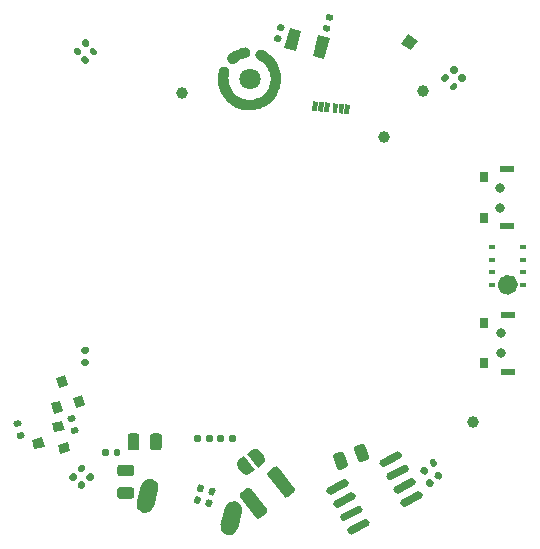
<source format=gts>
G04 #@! TF.GenerationSoftware,KiCad,Pcbnew,5.1.7-a382d34a8~88~ubuntu18.04.1*
G04 #@! TF.CreationDate,2021-05-20T00:29:44+02:00*
G04 #@! TF.ProjectId,Emersense_V1,456d6572-7365-46e7-9365-5f56312e6b69,rev?*
G04 #@! TF.SameCoordinates,Original*
G04 #@! TF.FileFunction,Soldermask,Top*
G04 #@! TF.FilePolarity,Negative*
%FSLAX46Y46*%
G04 Gerber Fmt 4.6, Leading zero omitted, Abs format (unit mm)*
G04 Created by KiCad (PCBNEW 5.1.7-a382d34a8~88~ubuntu18.04.1) date 2021-05-20 00:29:44*
%MOMM*%
%LPD*%
G01*
G04 APERTURE LIST*
%ADD10C,0.880000*%
%ADD11C,1.000000*%
%ADD12R,1.200000X0.600000*%
%ADD13C,0.800000*%
%ADD14R,0.800000X0.900000*%
%ADD15C,0.100000*%
%ADD16C,1.800000*%
%ADD17R,0.600000X0.400000*%
%ADD18C,0.750000*%
G04 APERTURE END LIST*
D10*
X151189000Y-96540000D02*
G75*
G03*
X151189000Y-96540000I-440000J0D01*
G01*
G36*
G01*
X124738700Y-109390600D02*
X124738700Y-109760600D01*
G75*
G02*
X124603700Y-109895600I-135000J0D01*
G01*
X124333700Y-109895600D01*
G75*
G02*
X124198700Y-109760600I0J135000D01*
G01*
X124198700Y-109390600D01*
G75*
G02*
X124333700Y-109255600I135000J0D01*
G01*
X124603700Y-109255600D01*
G75*
G02*
X124738700Y-109390600I0J-135000D01*
G01*
G37*
G36*
G01*
X125758700Y-109390600D02*
X125758700Y-109760600D01*
G75*
G02*
X125623700Y-109895600I-135000J0D01*
G01*
X125353700Y-109895600D01*
G75*
G02*
X125218700Y-109760600I0J135000D01*
G01*
X125218700Y-109390600D01*
G75*
G02*
X125353700Y-109255600I135000J0D01*
G01*
X125623700Y-109255600D01*
G75*
G02*
X125758700Y-109390600I0J-135000D01*
G01*
G37*
G36*
G01*
X126683800Y-109390600D02*
X126683800Y-109760600D01*
G75*
G02*
X126548800Y-109895600I-135000J0D01*
G01*
X126278800Y-109895600D01*
G75*
G02*
X126143800Y-109760600I0J135000D01*
G01*
X126143800Y-109390600D01*
G75*
G02*
X126278800Y-109255600I135000J0D01*
G01*
X126548800Y-109255600D01*
G75*
G02*
X126683800Y-109390600I0J-135000D01*
G01*
G37*
G36*
G01*
X127703800Y-109390600D02*
X127703800Y-109760600D01*
G75*
G02*
X127568800Y-109895600I-135000J0D01*
G01*
X127298800Y-109895600D01*
G75*
G02*
X127163800Y-109760600I0J135000D01*
G01*
X127163800Y-109390600D01*
G75*
G02*
X127298800Y-109255600I135000J0D01*
G01*
X127568800Y-109255600D01*
G75*
G02*
X127703800Y-109390600I0J-135000D01*
G01*
G37*
D11*
X140233400Y-84074000D03*
G36*
G01*
X114226033Y-77127519D02*
X113982081Y-76883567D01*
G75*
G02*
X113982081Y-76674971I104298J104298D01*
G01*
X114190677Y-76466375D01*
G75*
G02*
X114399273Y-76466375I104298J-104298D01*
G01*
X114643225Y-76710327D01*
G75*
G02*
X114643225Y-76918923I-104298J-104298D01*
G01*
X114434629Y-77127519D01*
G75*
G02*
X114226033Y-77127519I-104298J104298D01*
G01*
G37*
G36*
G01*
X114911927Y-76441625D02*
X114667975Y-76197673D01*
G75*
G02*
X114667975Y-75989077I104298J104298D01*
G01*
X114876571Y-75780481D01*
G75*
G02*
X115085167Y-75780481I104298J-104298D01*
G01*
X115329119Y-76024433D01*
G75*
G02*
X115329119Y-76233029I-104298J-104298D01*
G01*
X115120523Y-76441625D01*
G75*
G02*
X114911927Y-76441625I-104298J104298D01*
G01*
G37*
G36*
G01*
X147193372Y-79131420D02*
X146949420Y-79375372D01*
G75*
G02*
X146740824Y-79375372I-104298J104298D01*
G01*
X146532228Y-79166776D01*
G75*
G02*
X146532228Y-78958180I104298J104298D01*
G01*
X146776180Y-78714228D01*
G75*
G02*
X146984776Y-78714228I104298J-104298D01*
G01*
X147193372Y-78922824D01*
G75*
G02*
X147193372Y-79131420I-104298J-104298D01*
G01*
G37*
G36*
G01*
X146507478Y-78445526D02*
X146263526Y-78689478D01*
G75*
G02*
X146054930Y-78689478I-104298J104298D01*
G01*
X145846334Y-78480882D01*
G75*
G02*
X145846334Y-78272286I104298J104298D01*
G01*
X146090286Y-78028334D01*
G75*
G02*
X146298882Y-78028334I104298J-104298D01*
G01*
X146507478Y-78236930D01*
G75*
G02*
X146507478Y-78445526I-104298J-104298D01*
G01*
G37*
G36*
G01*
X144996703Y-112378035D02*
X145218464Y-112642320D01*
G75*
G02*
X145200283Y-112850123I-112992J-94811D01*
G01*
X144974300Y-113039746D01*
G75*
G02*
X144766497Y-113021565I-94811J112992D01*
G01*
X144544736Y-112757280D01*
G75*
G02*
X144562917Y-112549477I112992J94811D01*
G01*
X144788900Y-112359854D01*
G75*
G02*
X144996703Y-112378035I94811J-112992D01*
G01*
G37*
G36*
G01*
X144253639Y-113001539D02*
X144475400Y-113265824D01*
G75*
G02*
X144457219Y-113473627I-112992J-94811D01*
G01*
X144231236Y-113663250D01*
G75*
G02*
X144023433Y-113645069I-94811J112992D01*
G01*
X143801672Y-113380784D01*
G75*
G02*
X143819853Y-113172981I112992J94811D01*
G01*
X144045836Y-112983358D01*
G75*
G02*
X144253639Y-113001539I94811J-112992D01*
G01*
G37*
G36*
G01*
X113639134Y-112740086D02*
X113883086Y-112496134D01*
G75*
G02*
X114091682Y-112496134I104298J-104298D01*
G01*
X114300278Y-112704730D01*
G75*
G02*
X114300278Y-112913326I-104298J-104298D01*
G01*
X114056326Y-113157278D01*
G75*
G02*
X113847730Y-113157278I-104298J104298D01*
G01*
X113639134Y-112948682D01*
G75*
G02*
X113639134Y-112740086I104298J104298D01*
G01*
G37*
G36*
G01*
X114325028Y-113425980D02*
X114568980Y-113182028D01*
G75*
G02*
X114777576Y-113182028I104298J-104298D01*
G01*
X114986172Y-113390624D01*
G75*
G02*
X114986172Y-113599220I-104298J-104298D01*
G01*
X114742220Y-113843172D01*
G75*
G02*
X114533624Y-113843172I-104298J104298D01*
G01*
X114325028Y-113634576D01*
G75*
G02*
X114325028Y-113425980I104298J104298D01*
G01*
G37*
D12*
X150723600Y-86766400D03*
X150723600Y-91592400D03*
D13*
X150119080Y-88315800D03*
X150119080Y-90030300D03*
D14*
X148722080Y-87442040D03*
X148722080Y-90896440D03*
D15*
G36*
X128674197Y-76493182D02*
G01*
X128713645Y-76512593D01*
X128751011Y-76535760D01*
X128785936Y-76562463D01*
X128818090Y-76592448D01*
X128847165Y-76625427D01*
X128872882Y-76661085D01*
X128894997Y-76699082D01*
X128913297Y-76739056D01*
X128927611Y-76780627D01*
X128937800Y-76823395D01*
X128943767Y-76866954D01*
X128945454Y-76910885D01*
X128942846Y-76954773D01*
X128935968Y-76998196D01*
X128924886Y-77040742D01*
X128909705Y-77082002D01*
X128890570Y-77121584D01*
X128867663Y-77159110D01*
X128841204Y-77194222D01*
X128811445Y-77226584D01*
X128778670Y-77255887D01*
X128743192Y-77281854D01*
X128705350Y-77304233D01*
X128665504Y-77322813D01*
X128624035Y-77337416D01*
X128581340Y-77347903D01*
X128519411Y-77359940D01*
X128343985Y-77406291D01*
X128180564Y-77467066D01*
X128023853Y-77543499D01*
X127875337Y-77634866D01*
X127718928Y-77753588D01*
X127713897Y-77757351D01*
X127677278Y-77781681D01*
X127638459Y-77802321D01*
X127597812Y-77819075D01*
X127555724Y-77831782D01*
X127512596Y-77840322D01*
X127468841Y-77844611D01*
X127424877Y-77844612D01*
X127381121Y-77840322D01*
X127337994Y-77831782D01*
X127295905Y-77819075D01*
X127255258Y-77802321D01*
X127216439Y-77781682D01*
X127179821Y-77757351D01*
X127145751Y-77729565D01*
X127114554Y-77698586D01*
X127086529Y-77664709D01*
X127061944Y-77628261D01*
X127041033Y-77589588D01*
X127023997Y-77549058D01*
X127010996Y-77507059D01*
X127002156Y-77463992D01*
X126997560Y-77420269D01*
X126997253Y-77376304D01*
X127001238Y-77332521D01*
X127009477Y-77289335D01*
X127021889Y-77247159D01*
X127038359Y-77206396D01*
X127058727Y-77167433D01*
X127082801Y-77130645D01*
X127110350Y-77096381D01*
X127141110Y-77064971D01*
X127174789Y-77036710D01*
X127348733Y-76904679D01*
X127353765Y-76900916D01*
X127369460Y-76890487D01*
X127385009Y-76879840D01*
X127571008Y-76765414D01*
X127576383Y-76762159D01*
X127593029Y-76753308D01*
X127609535Y-76744234D01*
X127805813Y-76648503D01*
X127811480Y-76645788D01*
X127828940Y-76638591D01*
X127846221Y-76631184D01*
X128050903Y-76555064D01*
X128056807Y-76552915D01*
X128074871Y-76547461D01*
X128092809Y-76541770D01*
X128303942Y-76485987D01*
X128310027Y-76484424D01*
X128321584Y-76482135D01*
X128333032Y-76479323D01*
X128409617Y-76464437D01*
X128415793Y-76463282D01*
X128459392Y-76457619D01*
X128503335Y-76456239D01*
X128547202Y-76459152D01*
X128590577Y-76466333D01*
X128633044Y-76477713D01*
X128674197Y-76493182D01*
G37*
D16*
X128883616Y-79107412D03*
D15*
G36*
X130038125Y-76683571D02*
G01*
X130231299Y-76785419D01*
X130236836Y-76788389D01*
X130252916Y-76798204D01*
X130269143Y-76807801D01*
X130451454Y-76928013D01*
X130456675Y-76931509D01*
X130471734Y-76942857D01*
X130486930Y-76953979D01*
X130656639Y-77091406D01*
X130656644Y-77091410D01*
X130656650Y-77091415D01*
X130661498Y-77095397D01*
X130675360Y-77108143D01*
X130689418Y-77120713D01*
X130844909Y-77274048D01*
X130849352Y-77278492D01*
X130861908Y-77292535D01*
X130874667Y-77306410D01*
X131014453Y-77474185D01*
X131018440Y-77479041D01*
X131029581Y-77494263D01*
X131040911Y-77509297D01*
X131163658Y-77689914D01*
X131167153Y-77695135D01*
X131176753Y-77711368D01*
X131186564Y-77727440D01*
X131291100Y-77919172D01*
X131294069Y-77924710D01*
X131302044Y-77941812D01*
X131310236Y-77958756D01*
X131395562Y-78159775D01*
X131397977Y-78165575D01*
X131404236Y-78183348D01*
X131410743Y-78201034D01*
X131476046Y-78409418D01*
X131477883Y-78415427D01*
X131482392Y-78433779D01*
X131487128Y-78451962D01*
X131531786Y-78665726D01*
X131533028Y-78671885D01*
X131535720Y-78690560D01*
X131538664Y-78709151D01*
X131562248Y-78926252D01*
X131562883Y-78932503D01*
X131563740Y-78951356D01*
X131564856Y-78970139D01*
X131567143Y-79188504D01*
X131567164Y-79194787D01*
X131566177Y-79213633D01*
X131565455Y-79232435D01*
X131546422Y-79449982D01*
X131545831Y-79456237D01*
X131543005Y-79474925D01*
X131540455Y-79493541D01*
X131500284Y-79708193D01*
X131499086Y-79714360D01*
X131494457Y-79732655D01*
X131490096Y-79750963D01*
X131429170Y-79960669D01*
X131427374Y-79966690D01*
X131420987Y-79984432D01*
X131414857Y-80002237D01*
X131333758Y-80204998D01*
X131331384Y-80210816D01*
X131323290Y-80227862D01*
X131315456Y-80244973D01*
X131214959Y-80438852D01*
X131212028Y-80444410D01*
X131202303Y-80460596D01*
X131192843Y-80476850D01*
X131073905Y-80659997D01*
X131070447Y-80665243D01*
X131059214Y-80680368D01*
X131048189Y-80695655D01*
X130911947Y-80866322D01*
X130907992Y-80871205D01*
X130895293Y-80885211D01*
X130882872Y-80899300D01*
X130730627Y-81055858D01*
X130726216Y-81060332D01*
X130712256Y-81072989D01*
X130698474Y-81085842D01*
X130531678Y-81226796D01*
X130526850Y-81230817D01*
X130511712Y-81242061D01*
X130496751Y-81253499D01*
X130316997Y-81377503D01*
X130311799Y-81381035D01*
X130295655Y-81390736D01*
X130279630Y-81400671D01*
X130088632Y-81506543D01*
X130083116Y-81509551D01*
X130066068Y-81517645D01*
X130049185Y-81525954D01*
X129848766Y-81612681D01*
X129842983Y-81615136D01*
X129825244Y-81621523D01*
X129807615Y-81628149D01*
X129599689Y-81694908D01*
X129593694Y-81696786D01*
X129575385Y-81701419D01*
X129557222Y-81706286D01*
X129343776Y-81752434D01*
X129337626Y-81753719D01*
X129318980Y-81756540D01*
X129300404Y-81759615D01*
X129083473Y-81784715D01*
X129077227Y-81785394D01*
X129058382Y-81786381D01*
X129039602Y-81787629D01*
X128821257Y-81791440D01*
X128814975Y-81791505D01*
X128796156Y-81790651D01*
X128777316Y-81790059D01*
X128559642Y-81772546D01*
X128553383Y-81771998D01*
X128534697Y-81769305D01*
X128516043Y-81766882D01*
X128301116Y-81728212D01*
X128294941Y-81727056D01*
X128276639Y-81722560D01*
X128258276Y-81718321D01*
X128048149Y-81658861D01*
X128042116Y-81657108D01*
X128024319Y-81650841D01*
X128006483Y-81644838D01*
X127803160Y-81565158D01*
X127797327Y-81562824D01*
X127780243Y-81554857D01*
X127763058Y-81547135D01*
X127568482Y-81447993D01*
X127562904Y-81445101D01*
X127546691Y-81435512D01*
X127530332Y-81426144D01*
X127346360Y-81308490D01*
X127341090Y-81305067D01*
X127325892Y-81293944D01*
X127310520Y-81283020D01*
X127138908Y-81147972D01*
X127133997Y-81144053D01*
X127119922Y-81131468D01*
X127105728Y-81119130D01*
X126948112Y-80967982D01*
X126943607Y-80963601D01*
X126930857Y-80949735D01*
X126917903Y-80936037D01*
X126775789Y-80770229D01*
X126771733Y-80765429D01*
X126760361Y-80750339D01*
X126748844Y-80735491D01*
X126623586Y-80556606D01*
X126620019Y-80551434D01*
X126610205Y-80535358D01*
X126600158Y-80519403D01*
X126492955Y-80329149D01*
X126489909Y-80323652D01*
X126481697Y-80306665D01*
X126473271Y-80289838D01*
X126385145Y-80090032D01*
X126382650Y-80084266D01*
X126376150Y-80066598D01*
X126369388Y-80048986D01*
X126301181Y-79841533D01*
X126299261Y-79835551D01*
X126294508Y-79817305D01*
X126289506Y-79799146D01*
X126241869Y-79586027D01*
X126240542Y-79579886D01*
X126237593Y-79561271D01*
X126234386Y-79542705D01*
X126207772Y-79325954D01*
X126207050Y-79319713D01*
X126205932Y-79300892D01*
X126204552Y-79282108D01*
X126199217Y-79063795D01*
X126199107Y-79057513D01*
X126199832Y-79038642D01*
X126200291Y-79019843D01*
X126216285Y-78802052D01*
X126216789Y-78795789D01*
X126219349Y-78777100D01*
X126221643Y-78758413D01*
X126258814Y-78543222D01*
X126259927Y-78537039D01*
X126262837Y-78524821D01*
X126265236Y-78512477D01*
X126287568Y-78421559D01*
X126289109Y-78415468D01*
X126302256Y-78373514D01*
X126319435Y-78333045D01*
X126340480Y-78294445D01*
X126365192Y-78258083D01*
X126393334Y-78224305D01*
X126424638Y-78193435D01*
X126458805Y-78165768D01*
X126495509Y-78141565D01*
X126534400Y-78121061D01*
X126575107Y-78104449D01*
X126617238Y-78091889D01*
X126660395Y-78083499D01*
X126704165Y-78079363D01*
X126748129Y-78079516D01*
X126791869Y-78083959D01*
X126834967Y-78092649D01*
X126877010Y-78105503D01*
X126917599Y-78122398D01*
X126956345Y-78143174D01*
X126992880Y-78167631D01*
X127026852Y-78195537D01*
X127057941Y-78226624D01*
X127085846Y-78260597D01*
X127110303Y-78297133D01*
X127131079Y-78335878D01*
X127147975Y-78376467D01*
X127160828Y-78418511D01*
X127169520Y-78461608D01*
X127173961Y-78505348D01*
X127174115Y-78549313D01*
X127169977Y-78593082D01*
X127161589Y-78636239D01*
X127143004Y-78711901D01*
X127112256Y-78889914D01*
X127099486Y-79063806D01*
X127103746Y-79238112D01*
X127124996Y-79411181D01*
X127163030Y-79581335D01*
X127217489Y-79746978D01*
X127287852Y-79906509D01*
X127373447Y-80058415D01*
X127473457Y-80201245D01*
X127586925Y-80333631D01*
X127712772Y-80454313D01*
X127849793Y-80562139D01*
X127996683Y-80656078D01*
X128152041Y-80735237D01*
X128314380Y-80798856D01*
X128482154Y-80846333D01*
X128653759Y-80877209D01*
X128827558Y-80891192D01*
X129001891Y-80888150D01*
X129175097Y-80868109D01*
X129345513Y-80831265D01*
X129511540Y-80777959D01*
X129671554Y-80708715D01*
X129824052Y-80624184D01*
X129967573Y-80525176D01*
X130100754Y-80412628D01*
X130222305Y-80287634D01*
X130331093Y-80151358D01*
X130426052Y-80005135D01*
X130506294Y-79850333D01*
X130571045Y-79688443D01*
X130619693Y-79520997D01*
X130651765Y-79349621D01*
X130666961Y-79175923D01*
X130665135Y-79001575D01*
X130646304Y-78828227D01*
X130610650Y-78657557D01*
X130558506Y-78491167D01*
X130490381Y-78330672D01*
X130406918Y-78177591D01*
X130308910Y-78033377D01*
X130197298Y-77899416D01*
X130073153Y-77776991D01*
X129937652Y-77667264D01*
X129792085Y-77571280D01*
X129618379Y-77479695D01*
X129612842Y-77476725D01*
X129575314Y-77453820D01*
X129540204Y-77427361D01*
X129507841Y-77397602D01*
X129478536Y-77364828D01*
X129452571Y-77329350D01*
X129430190Y-77291508D01*
X129411611Y-77251663D01*
X129397006Y-77210194D01*
X129386520Y-77167498D01*
X129380249Y-77123982D01*
X129378255Y-77080062D01*
X129380556Y-77036159D01*
X129387130Y-76992688D01*
X129397915Y-76950067D01*
X129412807Y-76908701D01*
X129431666Y-76868985D01*
X129454308Y-76831300D01*
X129480521Y-76796005D01*
X129510053Y-76763435D01*
X129542623Y-76733904D01*
X129577918Y-76707690D01*
X129615603Y-76685047D01*
X129655318Y-76666189D01*
X129696684Y-76651296D01*
X129739305Y-76640512D01*
X129782777Y-76633936D01*
X129826680Y-76631636D01*
X129870600Y-76633630D01*
X129914116Y-76639900D01*
X129956812Y-76650388D01*
X129998280Y-76664991D01*
X130038125Y-76683571D01*
G37*
G36*
G01*
X121465000Y-109380000D02*
X121465000Y-110330000D01*
G75*
G02*
X121215000Y-110580000I-250000J0D01*
G01*
X120715000Y-110580000D01*
G75*
G02*
X120465000Y-110330000I0J250000D01*
G01*
X120465000Y-109380000D01*
G75*
G02*
X120715000Y-109130000I250000J0D01*
G01*
X121215000Y-109130000D01*
G75*
G02*
X121465000Y-109380000I0J-250000D01*
G01*
G37*
G36*
G01*
X119565000Y-109380000D02*
X119565000Y-110330000D01*
G75*
G02*
X119315000Y-110580000I-250000J0D01*
G01*
X118815000Y-110580000D01*
G75*
G02*
X118565000Y-110330000I0J250000D01*
G01*
X118565000Y-109380000D01*
G75*
G02*
X118815000Y-109130000I250000J0D01*
G01*
X119315000Y-109130000D01*
G75*
G02*
X119565000Y-109380000I0J-250000D01*
G01*
G37*
G36*
G01*
X135532332Y-114258287D02*
X135382264Y-113970008D01*
G75*
G02*
X135451369Y-113750835I144139J75034D01*
G01*
X136914937Y-112988950D01*
G75*
G02*
X137134110Y-113058055I75034J-144139D01*
G01*
X137284178Y-113346334D01*
G75*
G02*
X137215073Y-113565507I-144139J-75034D01*
G01*
X135751505Y-114327392D01*
G75*
G02*
X135532332Y-114258287I-75034J144139D01*
G01*
G37*
G36*
G01*
X136118753Y-115384791D02*
X135968685Y-115096512D01*
G75*
G02*
X136037790Y-114877339I144139J75034D01*
G01*
X137501358Y-114115454D01*
G75*
G02*
X137720531Y-114184559I75034J-144139D01*
G01*
X137870599Y-114472838D01*
G75*
G02*
X137801494Y-114692011I-144139J-75034D01*
G01*
X136337926Y-115453896D01*
G75*
G02*
X136118753Y-115384791I-75034J144139D01*
G01*
G37*
G36*
G01*
X136705173Y-116511295D02*
X136555105Y-116223016D01*
G75*
G02*
X136624210Y-116003843I144139J75034D01*
G01*
X138087778Y-115241958D01*
G75*
G02*
X138306951Y-115311063I75034J-144139D01*
G01*
X138457019Y-115599342D01*
G75*
G02*
X138387914Y-115818515I-144139J-75034D01*
G01*
X136924346Y-116580400D01*
G75*
G02*
X136705173Y-116511295I-75034J144139D01*
G01*
G37*
G36*
G01*
X137291594Y-117637799D02*
X137141526Y-117349520D01*
G75*
G02*
X137210631Y-117130347I144139J75034D01*
G01*
X138674199Y-116368462D01*
G75*
G02*
X138893372Y-116437567I75034J-144139D01*
G01*
X139043440Y-116725846D01*
G75*
G02*
X138974335Y-116945019I-144139J-75034D01*
G01*
X137510767Y-117706904D01*
G75*
G02*
X137291594Y-117637799I-75034J144139D01*
G01*
G37*
G36*
G01*
X141793174Y-115294425D02*
X141643106Y-115006146D01*
G75*
G02*
X141712211Y-114786973I144139J75034D01*
G01*
X143175779Y-114025088D01*
G75*
G02*
X143394952Y-114094193I75034J-144139D01*
G01*
X143545020Y-114382472D01*
G75*
G02*
X143475915Y-114601645I-144139J-75034D01*
G01*
X142012347Y-115363530D01*
G75*
G02*
X141793174Y-115294425I-75034J144139D01*
G01*
G37*
G36*
G01*
X141206753Y-114167921D02*
X141056685Y-113879642D01*
G75*
G02*
X141125790Y-113660469I144139J75034D01*
G01*
X142589358Y-112898584D01*
G75*
G02*
X142808531Y-112967689I75034J-144139D01*
G01*
X142958599Y-113255968D01*
G75*
G02*
X142889494Y-113475141I-144139J-75034D01*
G01*
X141425926Y-114237026D01*
G75*
G02*
X141206753Y-114167921I-75034J144139D01*
G01*
G37*
G36*
G01*
X140620333Y-113041417D02*
X140470265Y-112753138D01*
G75*
G02*
X140539370Y-112533965I144139J75034D01*
G01*
X142002938Y-111772080D01*
G75*
G02*
X142222111Y-111841185I75034J-144139D01*
G01*
X142372179Y-112129464D01*
G75*
G02*
X142303074Y-112348637I-144139J-75034D01*
G01*
X140839506Y-113110522D01*
G75*
G02*
X140620333Y-113041417I-75034J144139D01*
G01*
G37*
G36*
G01*
X140033912Y-111914913D02*
X139883844Y-111626634D01*
G75*
G02*
X139952949Y-111407461I144139J75034D01*
G01*
X141416517Y-110645576D01*
G75*
G02*
X141635690Y-110714681I75034J-144139D01*
G01*
X141785758Y-111002960D01*
G75*
G02*
X141716653Y-111222133I-144139J-75034D01*
G01*
X140253085Y-111984018D01*
G75*
G02*
X140033912Y-111914913I-75034J144139D01*
G01*
G37*
G36*
G01*
X129434164Y-116268251D02*
X128094887Y-114522872D01*
G75*
G02*
X128141035Y-114172344I198338J152190D01*
G01*
X128656716Y-113776647D01*
G75*
G02*
X129007244Y-113822795I152190J-198338D01*
G01*
X130346521Y-115568174D01*
G75*
G02*
X130300373Y-115918702I-198338J-152190D01*
G01*
X129784692Y-116314399D01*
G75*
G02*
X129434164Y-116268251I-152190J198338D01*
G01*
G37*
G36*
G01*
X131774556Y-114472405D02*
X130435279Y-112727026D01*
G75*
G02*
X130481427Y-112376498I198338J152190D01*
G01*
X130997108Y-111980801D01*
G75*
G02*
X131347636Y-112026949I152190J-198338D01*
G01*
X132686913Y-113772328D01*
G75*
G02*
X132640765Y-114122856I-198338J-152190D01*
G01*
X132125084Y-114518553D01*
G75*
G02*
X131774556Y-114472405I-152190J198338D01*
G01*
G37*
G36*
G01*
X136268413Y-112059864D02*
X135943494Y-111167156D01*
G75*
G02*
X136092912Y-110846728I234923J85505D01*
G01*
X136562759Y-110675718D01*
G75*
G02*
X136883187Y-110825136I85505J-234923D01*
G01*
X137208106Y-111717844D01*
G75*
G02*
X137058688Y-112038272I-234923J-85505D01*
G01*
X136588841Y-112209282D01*
G75*
G02*
X136268413Y-112059864I-85505J234923D01*
G01*
G37*
G36*
G01*
X138053829Y-111410026D02*
X137728910Y-110517318D01*
G75*
G02*
X137878328Y-110196890I234923J85505D01*
G01*
X138348175Y-110025880D01*
G75*
G02*
X138668603Y-110175298I85505J-234923D01*
G01*
X138993522Y-111068006D01*
G75*
G02*
X138844104Y-111388434I-234923J-85505D01*
G01*
X138374257Y-111559444D01*
G75*
G02*
X138053829Y-111410026I-85505J234923D01*
G01*
G37*
G36*
G01*
X126007926Y-113947181D02*
X125912162Y-114304574D01*
G75*
G02*
X125746821Y-114400033I-130400J34941D01*
G01*
X125486021Y-114330152D01*
G75*
G02*
X125390562Y-114164811I34941J130400D01*
G01*
X125486326Y-113807418D01*
G75*
G02*
X125651667Y-113711959I130400J-34941D01*
G01*
X125912467Y-113781840D01*
G75*
G02*
X126007926Y-113947181I-34941J-130400D01*
G01*
G37*
G36*
G01*
X125022682Y-113683185D02*
X124926918Y-114040578D01*
G75*
G02*
X124761577Y-114136037I-130400J34941D01*
G01*
X124500777Y-114066156D01*
G75*
G02*
X124405318Y-113900815I34941J130400D01*
G01*
X124501082Y-113543422D01*
G75*
G02*
X124666423Y-113447963I130400J-34941D01*
G01*
X124927223Y-113517844D01*
G75*
G02*
X125022682Y-113683185I-34941J-130400D01*
G01*
G37*
G36*
G01*
X125753926Y-114937781D02*
X125658162Y-115295174D01*
G75*
G02*
X125492821Y-115390633I-130400J34941D01*
G01*
X125232021Y-115320752D01*
G75*
G02*
X125136562Y-115155411I34941J130400D01*
G01*
X125232326Y-114798018D01*
G75*
G02*
X125397667Y-114702559I130400J-34941D01*
G01*
X125658467Y-114772440D01*
G75*
G02*
X125753926Y-114937781I-34941J-130400D01*
G01*
G37*
G36*
G01*
X124768682Y-114673785D02*
X124672918Y-115031178D01*
G75*
G02*
X124507577Y-115126637I-130400J34941D01*
G01*
X124246777Y-115056756D01*
G75*
G02*
X124151318Y-114891415I34941J130400D01*
G01*
X124247082Y-114534022D01*
G75*
G02*
X124412423Y-114438563I130400J-34941D01*
G01*
X124673223Y-114508444D01*
G75*
G02*
X124768682Y-114673785I-34941J-130400D01*
G01*
G37*
G36*
G01*
X115734584Y-76465028D02*
X115996213Y-76726657D01*
G75*
G02*
X115996213Y-76917575I-95459J-95459D01*
G01*
X115805294Y-77108494D01*
G75*
G02*
X115614376Y-77108494I-95459J95459D01*
G01*
X115352747Y-76846865D01*
G75*
G02*
X115352747Y-76655947I95459J95459D01*
G01*
X115543666Y-76465028D01*
G75*
G02*
X115734584Y-76465028I95459J-95459D01*
G01*
G37*
G36*
G01*
X115013336Y-77186276D02*
X115274965Y-77447905D01*
G75*
G02*
X115274965Y-77638823I-95459J-95459D01*
G01*
X115084046Y-77829742D01*
G75*
G02*
X114893128Y-77829742I-95459J95459D01*
G01*
X114631499Y-77568113D01*
G75*
G02*
X114631499Y-77377195I95459J95459D01*
G01*
X114822418Y-77186276D01*
G75*
G02*
X115013336Y-77186276I95459J-95459D01*
G01*
G37*
D11*
X147828000Y-108153200D03*
X143560800Y-80162400D03*
X123190000Y-80314800D03*
D15*
G36*
X134184632Y-81819972D02*
G01*
X134254356Y-81023016D01*
X134652834Y-81057878D01*
X134583110Y-81854834D01*
X134184632Y-81819972D01*
G37*
G36*
X134690699Y-81864247D02*
G01*
X134760423Y-81067291D01*
X135158901Y-81102153D01*
X135089177Y-81899109D01*
X134690699Y-81864247D01*
G37*
G36*
X135196766Y-81908522D02*
G01*
X135266490Y-81111566D01*
X135664968Y-81146428D01*
X135595244Y-81943384D01*
X135196766Y-81908522D01*
G37*
G36*
X135911832Y-81972372D02*
G01*
X135981556Y-81175416D01*
X136380034Y-81210278D01*
X136310310Y-82007234D01*
X135911832Y-81972372D01*
G37*
G36*
X136417899Y-82016647D02*
G01*
X136487623Y-81219691D01*
X136886101Y-81254553D01*
X136816377Y-82051509D01*
X136417899Y-82016647D01*
G37*
G36*
X136923966Y-82060922D02*
G01*
X136993690Y-81263966D01*
X137392168Y-81298828D01*
X137322444Y-82095784D01*
X136923966Y-82060922D01*
G37*
G36*
G01*
X109752976Y-109519140D02*
X109395583Y-109614904D01*
G75*
G02*
X109230242Y-109519445I-34941J130400D01*
G01*
X109160361Y-109258645D01*
G75*
G02*
X109255820Y-109093304I130400J34941D01*
G01*
X109613213Y-108997540D01*
G75*
G02*
X109778554Y-109092999I34941J-130400D01*
G01*
X109848435Y-109353799D01*
G75*
G02*
X109752976Y-109519140I-130400J-34941D01*
G01*
G37*
G36*
G01*
X109488980Y-108533896D02*
X109131587Y-108629660D01*
G75*
G02*
X108966246Y-108534201I-34941J130400D01*
G01*
X108896365Y-108273401D01*
G75*
G02*
X108991824Y-108108060I130400J34941D01*
G01*
X109349217Y-108012296D01*
G75*
G02*
X109514558Y-108107755I34941J-130400D01*
G01*
X109584439Y-108368555D01*
G75*
G02*
X109488980Y-108533896I-130400J-34941D01*
G01*
G37*
G36*
G01*
X115145400Y-103398000D02*
X114775400Y-103398000D01*
G75*
G02*
X114640400Y-103263000I0J135000D01*
G01*
X114640400Y-102993000D01*
G75*
G02*
X114775400Y-102858000I135000J0D01*
G01*
X115145400Y-102858000D01*
G75*
G02*
X115280400Y-102993000I0J-135000D01*
G01*
X115280400Y-103263000D01*
G75*
G02*
X115145400Y-103398000I-135000J0D01*
G01*
G37*
G36*
G01*
X115145400Y-102378000D02*
X114775400Y-102378000D01*
G75*
G02*
X114640400Y-102243000I0J135000D01*
G01*
X114640400Y-101973000D01*
G75*
G02*
X114775400Y-101838000I135000J0D01*
G01*
X115145400Y-101838000D01*
G75*
G02*
X115280400Y-101973000I0J-135000D01*
G01*
X115280400Y-102243000D01*
G75*
G02*
X115145400Y-102378000I-135000J0D01*
G01*
G37*
G36*
G01*
X135564128Y-73586653D02*
X135892543Y-73674652D01*
G75*
G02*
X135991538Y-73846117I-36235J-135230D01*
G01*
X135919069Y-74116576D01*
G75*
G02*
X135747604Y-74215571I-135230J36235D01*
G01*
X135419189Y-74127572D01*
G75*
G02*
X135320194Y-73956107I36235J135230D01*
G01*
X135392663Y-73685648D01*
G75*
G02*
X135564128Y-73586653I135230J-36235D01*
G01*
G37*
G36*
G01*
X135315662Y-74513941D02*
X135644077Y-74601940D01*
G75*
G02*
X135743072Y-74773405I-36235J-135230D01*
G01*
X135670603Y-75043864D01*
G75*
G02*
X135499138Y-75142859I-135230J36235D01*
G01*
X135170723Y-75054860D01*
G75*
G02*
X135071728Y-74883395I36235J135230D01*
G01*
X135144197Y-74612936D01*
G75*
G02*
X135315662Y-74513941I135230J-36235D01*
G01*
G37*
G36*
X143126864Y-75886712D02*
G01*
X142553288Y-76705864D01*
X141734136Y-76132288D01*
X142307712Y-75313136D01*
X143126864Y-75886712D01*
G37*
G36*
X135685402Y-75677064D02*
G01*
X135219528Y-77415731D01*
X134253602Y-77156912D01*
X134719476Y-75418245D01*
X135685402Y-75677064D01*
G37*
G36*
X133270588Y-75030016D02*
G01*
X132804714Y-76768683D01*
X131838788Y-76509864D01*
X132304662Y-74771197D01*
X133270588Y-75030016D01*
G37*
G36*
G01*
X131432345Y-74472361D02*
X131760760Y-74560360D01*
G75*
G02*
X131859755Y-74731825I-36235J-135230D01*
G01*
X131787286Y-75002284D01*
G75*
G02*
X131615821Y-75101279I-135230J36235D01*
G01*
X131287406Y-75013280D01*
G75*
G02*
X131188411Y-74841815I36235J135230D01*
G01*
X131260880Y-74571356D01*
G75*
G02*
X131432345Y-74472361I135230J-36235D01*
G01*
G37*
G36*
G01*
X131183879Y-75399649D02*
X131512294Y-75487648D01*
G75*
G02*
X131611289Y-75659113I-36235J-135230D01*
G01*
X131538820Y-75929572D01*
G75*
G02*
X131367355Y-76028567I-135230J36235D01*
G01*
X131038940Y-75940568D01*
G75*
G02*
X130939945Y-75769103I36235J135230D01*
G01*
X131012414Y-75498644D01*
G75*
G02*
X131183879Y-75399649I135230J-36235D01*
G01*
G37*
G36*
X128669032Y-110845071D02*
G01*
X129065709Y-110540690D01*
X129066075Y-110541168D01*
X129085540Y-110526232D01*
X129127208Y-110500322D01*
X129171215Y-110478619D01*
X129217138Y-110461335D01*
X129264534Y-110448635D01*
X129312946Y-110440643D01*
X129361909Y-110437433D01*
X129410950Y-110439039D01*
X129459599Y-110445444D01*
X129507384Y-110456585D01*
X129553848Y-110472359D01*
X129598542Y-110492608D01*
X129641035Y-110517142D01*
X129680920Y-110545723D01*
X129717811Y-110578076D01*
X129751353Y-110613888D01*
X129766289Y-110633352D01*
X129766766Y-110632986D01*
X130071147Y-111029663D01*
X130070669Y-111030029D01*
X130085605Y-111049493D01*
X130111515Y-111091162D01*
X130133218Y-111135169D01*
X130150502Y-111181092D01*
X130163202Y-111228488D01*
X130171194Y-111276900D01*
X130174404Y-111325863D01*
X130172798Y-111374903D01*
X130166393Y-111423552D01*
X130155252Y-111471338D01*
X130139478Y-111517801D01*
X130119229Y-111562495D01*
X130094695Y-111604989D01*
X130066114Y-111644874D01*
X130033761Y-111681765D01*
X129997949Y-111715307D01*
X129978485Y-111730242D01*
X129978851Y-111730720D01*
X129582174Y-112035101D01*
X128669032Y-110845071D01*
G37*
G36*
X128947125Y-112521632D02*
G01*
X128927660Y-112536568D01*
X128885992Y-112562478D01*
X128841985Y-112584181D01*
X128796062Y-112601465D01*
X128748666Y-112614165D01*
X128700254Y-112622157D01*
X128651291Y-112625367D01*
X128602250Y-112623761D01*
X128553601Y-112617356D01*
X128505816Y-112606215D01*
X128459352Y-112590441D01*
X128414658Y-112570192D01*
X128372165Y-112545658D01*
X128332280Y-112517077D01*
X128295389Y-112484724D01*
X128261847Y-112448912D01*
X128246911Y-112429448D01*
X128246434Y-112429814D01*
X127942053Y-112033137D01*
X127942531Y-112032771D01*
X127927595Y-112013307D01*
X127901685Y-111971638D01*
X127879982Y-111927631D01*
X127862698Y-111881708D01*
X127849998Y-111834312D01*
X127842006Y-111785900D01*
X127838796Y-111736937D01*
X127840402Y-111687897D01*
X127846807Y-111639248D01*
X127857948Y-111591462D01*
X127873722Y-111544999D01*
X127893971Y-111500305D01*
X127918505Y-111457811D01*
X127947086Y-111417926D01*
X127979439Y-111381035D01*
X128015251Y-111347493D01*
X128034715Y-111332558D01*
X128034349Y-111332080D01*
X128431026Y-111027699D01*
X129344168Y-112217729D01*
X128947491Y-112522110D01*
X128947125Y-112521632D01*
G37*
G36*
G01*
X145102875Y-78989369D02*
X145364504Y-78727740D01*
G75*
G02*
X145555422Y-78727740I95459J-95459D01*
G01*
X145746341Y-78918659D01*
G75*
G02*
X145746341Y-79109577I-95459J-95459D01*
G01*
X145484712Y-79371206D01*
G75*
G02*
X145293794Y-79371206I-95459J95459D01*
G01*
X145102875Y-79180287D01*
G75*
G02*
X145102875Y-78989369I95459J95459D01*
G01*
G37*
G36*
G01*
X145824123Y-79710617D02*
X146085752Y-79448988D01*
G75*
G02*
X146276670Y-79448988I95459J-95459D01*
G01*
X146467589Y-79639907D01*
G75*
G02*
X146467589Y-79830825I-95459J-95459D01*
G01*
X146205960Y-80092454D01*
G75*
G02*
X146015042Y-80092454I-95459J95459D01*
G01*
X145824123Y-79901535D01*
G75*
G02*
X145824123Y-79710617I95459J95459D01*
G01*
G37*
G36*
G01*
X143593218Y-112603915D02*
X143355386Y-112320478D01*
G75*
G02*
X143372026Y-112130286I103416J86776D01*
G01*
X143578858Y-111956733D01*
G75*
G02*
X143769050Y-111973373I86776J-103416D01*
G01*
X144006882Y-112256810D01*
G75*
G02*
X143990242Y-112447002I-103416J-86776D01*
G01*
X143783410Y-112620555D01*
G75*
G02*
X143593218Y-112603915I-86776J103416D01*
G01*
G37*
G36*
G01*
X144374584Y-111948271D02*
X144136752Y-111664834D01*
G75*
G02*
X144153392Y-111474642I103416J86776D01*
G01*
X144360224Y-111301089D01*
G75*
G02*
X144550416Y-111317729I86776J-103416D01*
G01*
X144788248Y-111601166D01*
G75*
G02*
X144771608Y-111791358I-103416J-86776D01*
G01*
X144564776Y-111964911D01*
G75*
G02*
X144374584Y-111948271I-86776J103416D01*
G01*
G37*
G36*
G01*
X115701233Y-112899604D02*
X115439604Y-113161233D01*
G75*
G02*
X115248686Y-113161233I-95459J95459D01*
G01*
X115057767Y-112970314D01*
G75*
G02*
X115057767Y-112779396I95459J95459D01*
G01*
X115319396Y-112517767D01*
G75*
G02*
X115510314Y-112517767I95459J-95459D01*
G01*
X115701233Y-112708686D01*
G75*
G02*
X115701233Y-112899604I-95459J-95459D01*
G01*
G37*
G36*
G01*
X114979985Y-112178356D02*
X114718356Y-112439985D01*
G75*
G02*
X114527438Y-112439985I-95459J95459D01*
G01*
X114336519Y-112249066D01*
G75*
G02*
X114336519Y-112058148I95459J95459D01*
G01*
X114598148Y-111796519D01*
G75*
G02*
X114789066Y-111796519I95459J-95459D01*
G01*
X114979985Y-111987438D01*
G75*
G02*
X114979985Y-112178356I-95459J-95459D01*
G01*
G37*
G36*
G01*
X113563824Y-107676260D02*
X113921217Y-107580496D01*
G75*
G02*
X114086558Y-107675955I34941J-130400D01*
G01*
X114156439Y-107936755D01*
G75*
G02*
X114060980Y-108102096I-130400J-34941D01*
G01*
X113703587Y-108197860D01*
G75*
G02*
X113538246Y-108102401I-34941J130400D01*
G01*
X113468365Y-107841601D01*
G75*
G02*
X113563824Y-107676260I130400J34941D01*
G01*
G37*
G36*
G01*
X113827820Y-108661504D02*
X114185213Y-108565740D01*
G75*
G02*
X114350554Y-108661199I34941J-130400D01*
G01*
X114420435Y-108921999D01*
G75*
G02*
X114324976Y-109087340I-130400J-34941D01*
G01*
X113967583Y-109183104D01*
G75*
G02*
X113802242Y-109087645I-34941J130400D01*
G01*
X113732361Y-108826845D01*
G75*
G02*
X113827820Y-108661504I130400J34941D01*
G01*
G37*
G36*
X113494571Y-105071165D02*
G01*
X112721830Y-105278220D01*
X112488893Y-104408887D01*
X113261634Y-104201832D01*
X113494571Y-105071165D01*
G37*
G36*
X114929839Y-106757139D02*
G01*
X114157098Y-106964194D01*
X113924161Y-106094861D01*
X114696902Y-105887806D01*
X114929839Y-106757139D01*
G37*
G36*
X113094580Y-107248895D02*
G01*
X112321839Y-107455950D01*
X112088902Y-106586617D01*
X112861643Y-106379562D01*
X113094580Y-107248895D01*
G37*
G36*
X111329139Y-109479161D02*
G01*
X111536194Y-110251902D01*
X110666861Y-110484839D01*
X110459806Y-109712098D01*
X111329139Y-109479161D01*
G37*
G36*
X113015113Y-108043893D02*
G01*
X113222168Y-108816634D01*
X112352835Y-109049571D01*
X112145780Y-108276830D01*
X113015113Y-108043893D01*
G37*
G36*
X113506869Y-109879152D02*
G01*
X113713924Y-110651893D01*
X112844591Y-110884830D01*
X112637536Y-110112089D01*
X113506869Y-109879152D01*
G37*
G36*
G01*
X118877100Y-114673000D02*
X117927100Y-114673000D01*
G75*
G02*
X117677100Y-114423000I0J250000D01*
G01*
X117677100Y-113923000D01*
G75*
G02*
X117927100Y-113673000I250000J0D01*
G01*
X118877100Y-113673000D01*
G75*
G02*
X119127100Y-113923000I0J-250000D01*
G01*
X119127100Y-114423000D01*
G75*
G02*
X118877100Y-114673000I-250000J0D01*
G01*
G37*
G36*
G01*
X118877100Y-112773000D02*
X117927100Y-112773000D01*
G75*
G02*
X117677100Y-112523000I0J250000D01*
G01*
X117677100Y-112023000D01*
G75*
G02*
X117927100Y-111773000I250000J0D01*
G01*
X118877100Y-111773000D01*
G75*
G02*
X119127100Y-112023000I0J-250000D01*
G01*
X119127100Y-112523000D01*
G75*
G02*
X118877100Y-112773000I-250000J0D01*
G01*
G37*
G36*
G01*
X116425500Y-110914000D02*
X116425500Y-110574000D01*
G75*
G02*
X116565500Y-110434000I140000J0D01*
G01*
X116845500Y-110434000D01*
G75*
G02*
X116985500Y-110574000I0J-140000D01*
G01*
X116985500Y-110914000D01*
G75*
G02*
X116845500Y-111054000I-140000J0D01*
G01*
X116565500Y-111054000D01*
G75*
G02*
X116425500Y-110914000I0J140000D01*
G01*
G37*
G36*
G01*
X117385500Y-110914000D02*
X117385500Y-110574000D01*
G75*
G02*
X117525500Y-110434000I140000J0D01*
G01*
X117805500Y-110434000D01*
G75*
G02*
X117945500Y-110574000I0J-140000D01*
G01*
X117945500Y-110914000D01*
G75*
G02*
X117805500Y-111054000I-140000J0D01*
G01*
X117525500Y-111054000D01*
G75*
G02*
X117385500Y-110914000I0J140000D01*
G01*
G37*
G36*
G01*
X121162158Y-113896670D02*
X120773930Y-115345558D01*
G75*
G02*
X119855372Y-115875888I-724444J194114D01*
G01*
X119855372Y-115875888D01*
G75*
G02*
X119325042Y-114957330I194114J724444D01*
G01*
X119713270Y-113508442D01*
G75*
G02*
X120631828Y-112978112I724444J-194114D01*
G01*
X120631828Y-112978112D01*
G75*
G02*
X121162158Y-113896670I-194114J-724444D01*
G01*
G37*
G36*
G01*
X128255920Y-115784289D02*
X127867692Y-117233177D01*
G75*
G02*
X126949134Y-117763507I-724444J194114D01*
G01*
X126949134Y-117763507D01*
G75*
G02*
X126418804Y-116844949I194114J724444D01*
G01*
X126807032Y-115396061D01*
G75*
G02*
X127725590Y-114865731I724444J-194114D01*
G01*
X127725590Y-114865731D01*
G75*
G02*
X128255920Y-115784289I-194114J-724444D01*
G01*
G37*
D12*
X150749000Y-99072700D03*
X150749000Y-103898700D03*
D13*
X150144480Y-100622100D03*
X150144480Y-102336600D03*
D14*
X148747480Y-99748340D03*
X148747480Y-103202740D03*
D17*
X152079000Y-96530000D03*
X152079000Y-95480000D03*
X149419000Y-96530000D03*
X149419000Y-95480000D03*
D18*
X150749000Y-96540000D03*
D17*
X152079000Y-94430000D03*
X152079000Y-93380000D03*
X149419000Y-94430000D03*
X149419000Y-93380000D03*
M02*

</source>
